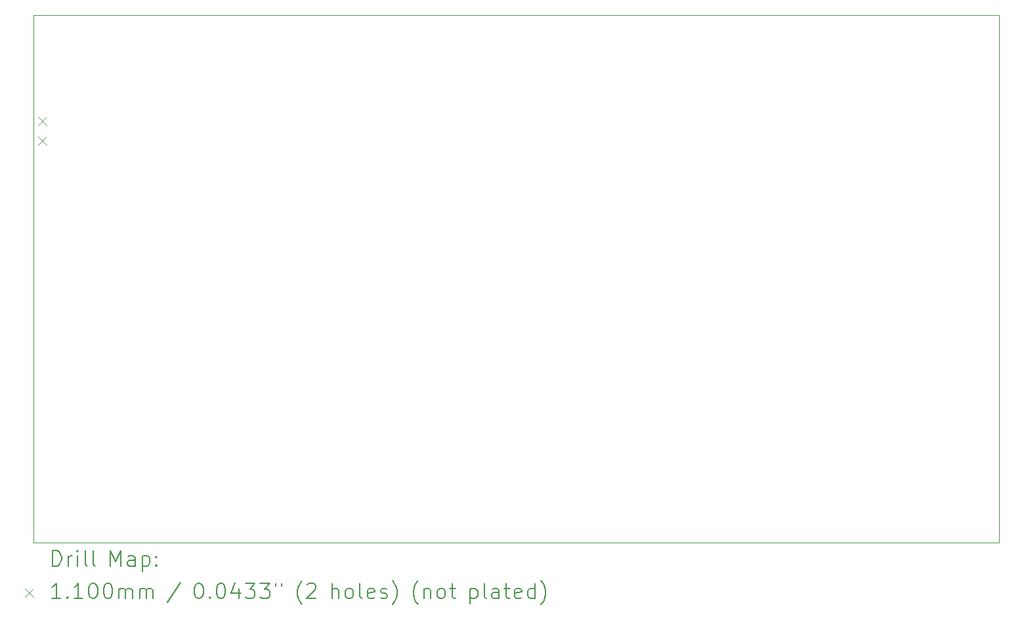
<source format=gbr>
%TF.GenerationSoftware,KiCad,Pcbnew,(7.0.0)*%
%TF.CreationDate,2023-02-28T19:32:44+01:00*%
%TF.ProjectId,Solar Cell offgrid Power,536f6c61-7220-4436-956c-6c206f666667,rev?*%
%TF.SameCoordinates,Original*%
%TF.FileFunction,Drillmap*%
%TF.FilePolarity,Positive*%
%FSLAX45Y45*%
G04 Gerber Fmt 4.5, Leading zero omitted, Abs format (unit mm)*
G04 Created by KiCad (PCBNEW (7.0.0)) date 2023-02-28 19:32:44*
%MOMM*%
%LPD*%
G01*
G04 APERTURE LIST*
%ADD10C,0.100000*%
%ADD11C,0.200000*%
%ADD12C,0.110000*%
G04 APERTURE END LIST*
D10*
X10919000Y-6569000D02*
X23371000Y-6569000D01*
X23371000Y-6569000D02*
X23371000Y-13378000D01*
X23371000Y-13378000D02*
X10919000Y-13378000D01*
X10919000Y-13378000D02*
X10919000Y-6569000D01*
D11*
D12*
X10974000Y-7878000D02*
X11084000Y-7988000D01*
X11084000Y-7878000D02*
X10974000Y-7988000D01*
X10974000Y-8132000D02*
X11084000Y-8242000D01*
X11084000Y-8132000D02*
X10974000Y-8242000D01*
D11*
X11161619Y-13676476D02*
X11161619Y-13476476D01*
X11161619Y-13476476D02*
X11209238Y-13476476D01*
X11209238Y-13476476D02*
X11237809Y-13486000D01*
X11237809Y-13486000D02*
X11256857Y-13505048D01*
X11256857Y-13505048D02*
X11266381Y-13524095D01*
X11266381Y-13524095D02*
X11275905Y-13562190D01*
X11275905Y-13562190D02*
X11275905Y-13590762D01*
X11275905Y-13590762D02*
X11266381Y-13628857D01*
X11266381Y-13628857D02*
X11256857Y-13647905D01*
X11256857Y-13647905D02*
X11237809Y-13666952D01*
X11237809Y-13666952D02*
X11209238Y-13676476D01*
X11209238Y-13676476D02*
X11161619Y-13676476D01*
X11361619Y-13676476D02*
X11361619Y-13543143D01*
X11361619Y-13581238D02*
X11371143Y-13562190D01*
X11371143Y-13562190D02*
X11380667Y-13552667D01*
X11380667Y-13552667D02*
X11399714Y-13543143D01*
X11399714Y-13543143D02*
X11418762Y-13543143D01*
X11485428Y-13676476D02*
X11485428Y-13543143D01*
X11485428Y-13476476D02*
X11475905Y-13486000D01*
X11475905Y-13486000D02*
X11485428Y-13495524D01*
X11485428Y-13495524D02*
X11494952Y-13486000D01*
X11494952Y-13486000D02*
X11485428Y-13476476D01*
X11485428Y-13476476D02*
X11485428Y-13495524D01*
X11609238Y-13676476D02*
X11590190Y-13666952D01*
X11590190Y-13666952D02*
X11580667Y-13647905D01*
X11580667Y-13647905D02*
X11580667Y-13476476D01*
X11714000Y-13676476D02*
X11694952Y-13666952D01*
X11694952Y-13666952D02*
X11685428Y-13647905D01*
X11685428Y-13647905D02*
X11685428Y-13476476D01*
X11910190Y-13676476D02*
X11910190Y-13476476D01*
X11910190Y-13476476D02*
X11976857Y-13619333D01*
X11976857Y-13619333D02*
X12043524Y-13476476D01*
X12043524Y-13476476D02*
X12043524Y-13676476D01*
X12224476Y-13676476D02*
X12224476Y-13571714D01*
X12224476Y-13571714D02*
X12214952Y-13552667D01*
X12214952Y-13552667D02*
X12195905Y-13543143D01*
X12195905Y-13543143D02*
X12157809Y-13543143D01*
X12157809Y-13543143D02*
X12138762Y-13552667D01*
X12224476Y-13666952D02*
X12205428Y-13676476D01*
X12205428Y-13676476D02*
X12157809Y-13676476D01*
X12157809Y-13676476D02*
X12138762Y-13666952D01*
X12138762Y-13666952D02*
X12129238Y-13647905D01*
X12129238Y-13647905D02*
X12129238Y-13628857D01*
X12129238Y-13628857D02*
X12138762Y-13609809D01*
X12138762Y-13609809D02*
X12157809Y-13600286D01*
X12157809Y-13600286D02*
X12205428Y-13600286D01*
X12205428Y-13600286D02*
X12224476Y-13590762D01*
X12319714Y-13543143D02*
X12319714Y-13743143D01*
X12319714Y-13552667D02*
X12338762Y-13543143D01*
X12338762Y-13543143D02*
X12376857Y-13543143D01*
X12376857Y-13543143D02*
X12395905Y-13552667D01*
X12395905Y-13552667D02*
X12405428Y-13562190D01*
X12405428Y-13562190D02*
X12414952Y-13581238D01*
X12414952Y-13581238D02*
X12414952Y-13638381D01*
X12414952Y-13638381D02*
X12405428Y-13657428D01*
X12405428Y-13657428D02*
X12395905Y-13666952D01*
X12395905Y-13666952D02*
X12376857Y-13676476D01*
X12376857Y-13676476D02*
X12338762Y-13676476D01*
X12338762Y-13676476D02*
X12319714Y-13666952D01*
X12500667Y-13657428D02*
X12510190Y-13666952D01*
X12510190Y-13666952D02*
X12500667Y-13676476D01*
X12500667Y-13676476D02*
X12491143Y-13666952D01*
X12491143Y-13666952D02*
X12500667Y-13657428D01*
X12500667Y-13657428D02*
X12500667Y-13676476D01*
X12500667Y-13552667D02*
X12510190Y-13562190D01*
X12510190Y-13562190D02*
X12500667Y-13571714D01*
X12500667Y-13571714D02*
X12491143Y-13562190D01*
X12491143Y-13562190D02*
X12500667Y-13552667D01*
X12500667Y-13552667D02*
X12500667Y-13571714D01*
D12*
X10804000Y-13968000D02*
X10914000Y-14078000D01*
X10914000Y-13968000D02*
X10804000Y-14078000D01*
D11*
X11266381Y-14096476D02*
X11152095Y-14096476D01*
X11209238Y-14096476D02*
X11209238Y-13896476D01*
X11209238Y-13896476D02*
X11190190Y-13925048D01*
X11190190Y-13925048D02*
X11171143Y-13944095D01*
X11171143Y-13944095D02*
X11152095Y-13953619D01*
X11352095Y-14077428D02*
X11361619Y-14086952D01*
X11361619Y-14086952D02*
X11352095Y-14096476D01*
X11352095Y-14096476D02*
X11342571Y-14086952D01*
X11342571Y-14086952D02*
X11352095Y-14077428D01*
X11352095Y-14077428D02*
X11352095Y-14096476D01*
X11552095Y-14096476D02*
X11437809Y-14096476D01*
X11494952Y-14096476D02*
X11494952Y-13896476D01*
X11494952Y-13896476D02*
X11475905Y-13925048D01*
X11475905Y-13925048D02*
X11456857Y-13944095D01*
X11456857Y-13944095D02*
X11437809Y-13953619D01*
X11675905Y-13896476D02*
X11694952Y-13896476D01*
X11694952Y-13896476D02*
X11714000Y-13906000D01*
X11714000Y-13906000D02*
X11723524Y-13915524D01*
X11723524Y-13915524D02*
X11733048Y-13934571D01*
X11733048Y-13934571D02*
X11742571Y-13972667D01*
X11742571Y-13972667D02*
X11742571Y-14020286D01*
X11742571Y-14020286D02*
X11733048Y-14058381D01*
X11733048Y-14058381D02*
X11723524Y-14077428D01*
X11723524Y-14077428D02*
X11714000Y-14086952D01*
X11714000Y-14086952D02*
X11694952Y-14096476D01*
X11694952Y-14096476D02*
X11675905Y-14096476D01*
X11675905Y-14096476D02*
X11656857Y-14086952D01*
X11656857Y-14086952D02*
X11647333Y-14077428D01*
X11647333Y-14077428D02*
X11637809Y-14058381D01*
X11637809Y-14058381D02*
X11628286Y-14020286D01*
X11628286Y-14020286D02*
X11628286Y-13972667D01*
X11628286Y-13972667D02*
X11637809Y-13934571D01*
X11637809Y-13934571D02*
X11647333Y-13915524D01*
X11647333Y-13915524D02*
X11656857Y-13906000D01*
X11656857Y-13906000D02*
X11675905Y-13896476D01*
X11866381Y-13896476D02*
X11885429Y-13896476D01*
X11885429Y-13896476D02*
X11904476Y-13906000D01*
X11904476Y-13906000D02*
X11914000Y-13915524D01*
X11914000Y-13915524D02*
X11923524Y-13934571D01*
X11923524Y-13934571D02*
X11933048Y-13972667D01*
X11933048Y-13972667D02*
X11933048Y-14020286D01*
X11933048Y-14020286D02*
X11923524Y-14058381D01*
X11923524Y-14058381D02*
X11914000Y-14077428D01*
X11914000Y-14077428D02*
X11904476Y-14086952D01*
X11904476Y-14086952D02*
X11885429Y-14096476D01*
X11885429Y-14096476D02*
X11866381Y-14096476D01*
X11866381Y-14096476D02*
X11847333Y-14086952D01*
X11847333Y-14086952D02*
X11837809Y-14077428D01*
X11837809Y-14077428D02*
X11828286Y-14058381D01*
X11828286Y-14058381D02*
X11818762Y-14020286D01*
X11818762Y-14020286D02*
X11818762Y-13972667D01*
X11818762Y-13972667D02*
X11828286Y-13934571D01*
X11828286Y-13934571D02*
X11837809Y-13915524D01*
X11837809Y-13915524D02*
X11847333Y-13906000D01*
X11847333Y-13906000D02*
X11866381Y-13896476D01*
X12018762Y-14096476D02*
X12018762Y-13963143D01*
X12018762Y-13982190D02*
X12028286Y-13972667D01*
X12028286Y-13972667D02*
X12047333Y-13963143D01*
X12047333Y-13963143D02*
X12075905Y-13963143D01*
X12075905Y-13963143D02*
X12094952Y-13972667D01*
X12094952Y-13972667D02*
X12104476Y-13991714D01*
X12104476Y-13991714D02*
X12104476Y-14096476D01*
X12104476Y-13991714D02*
X12114000Y-13972667D01*
X12114000Y-13972667D02*
X12133048Y-13963143D01*
X12133048Y-13963143D02*
X12161619Y-13963143D01*
X12161619Y-13963143D02*
X12180667Y-13972667D01*
X12180667Y-13972667D02*
X12190190Y-13991714D01*
X12190190Y-13991714D02*
X12190190Y-14096476D01*
X12285429Y-14096476D02*
X12285429Y-13963143D01*
X12285429Y-13982190D02*
X12294952Y-13972667D01*
X12294952Y-13972667D02*
X12314000Y-13963143D01*
X12314000Y-13963143D02*
X12342571Y-13963143D01*
X12342571Y-13963143D02*
X12361619Y-13972667D01*
X12361619Y-13972667D02*
X12371143Y-13991714D01*
X12371143Y-13991714D02*
X12371143Y-14096476D01*
X12371143Y-13991714D02*
X12380667Y-13972667D01*
X12380667Y-13972667D02*
X12399714Y-13963143D01*
X12399714Y-13963143D02*
X12428286Y-13963143D01*
X12428286Y-13963143D02*
X12447333Y-13972667D01*
X12447333Y-13972667D02*
X12456857Y-13991714D01*
X12456857Y-13991714D02*
X12456857Y-14096476D01*
X12814952Y-13886952D02*
X12643524Y-14144095D01*
X13039714Y-13896476D02*
X13058762Y-13896476D01*
X13058762Y-13896476D02*
X13077810Y-13906000D01*
X13077810Y-13906000D02*
X13087333Y-13915524D01*
X13087333Y-13915524D02*
X13096857Y-13934571D01*
X13096857Y-13934571D02*
X13106381Y-13972667D01*
X13106381Y-13972667D02*
X13106381Y-14020286D01*
X13106381Y-14020286D02*
X13096857Y-14058381D01*
X13096857Y-14058381D02*
X13087333Y-14077428D01*
X13087333Y-14077428D02*
X13077810Y-14086952D01*
X13077810Y-14086952D02*
X13058762Y-14096476D01*
X13058762Y-14096476D02*
X13039714Y-14096476D01*
X13039714Y-14096476D02*
X13020667Y-14086952D01*
X13020667Y-14086952D02*
X13011143Y-14077428D01*
X13011143Y-14077428D02*
X13001619Y-14058381D01*
X13001619Y-14058381D02*
X12992095Y-14020286D01*
X12992095Y-14020286D02*
X12992095Y-13972667D01*
X12992095Y-13972667D02*
X13001619Y-13934571D01*
X13001619Y-13934571D02*
X13011143Y-13915524D01*
X13011143Y-13915524D02*
X13020667Y-13906000D01*
X13020667Y-13906000D02*
X13039714Y-13896476D01*
X13192095Y-14077428D02*
X13201619Y-14086952D01*
X13201619Y-14086952D02*
X13192095Y-14096476D01*
X13192095Y-14096476D02*
X13182571Y-14086952D01*
X13182571Y-14086952D02*
X13192095Y-14077428D01*
X13192095Y-14077428D02*
X13192095Y-14096476D01*
X13325429Y-13896476D02*
X13344476Y-13896476D01*
X13344476Y-13896476D02*
X13363524Y-13906000D01*
X13363524Y-13906000D02*
X13373048Y-13915524D01*
X13373048Y-13915524D02*
X13382571Y-13934571D01*
X13382571Y-13934571D02*
X13392095Y-13972667D01*
X13392095Y-13972667D02*
X13392095Y-14020286D01*
X13392095Y-14020286D02*
X13382571Y-14058381D01*
X13382571Y-14058381D02*
X13373048Y-14077428D01*
X13373048Y-14077428D02*
X13363524Y-14086952D01*
X13363524Y-14086952D02*
X13344476Y-14096476D01*
X13344476Y-14096476D02*
X13325429Y-14096476D01*
X13325429Y-14096476D02*
X13306381Y-14086952D01*
X13306381Y-14086952D02*
X13296857Y-14077428D01*
X13296857Y-14077428D02*
X13287333Y-14058381D01*
X13287333Y-14058381D02*
X13277810Y-14020286D01*
X13277810Y-14020286D02*
X13277810Y-13972667D01*
X13277810Y-13972667D02*
X13287333Y-13934571D01*
X13287333Y-13934571D02*
X13296857Y-13915524D01*
X13296857Y-13915524D02*
X13306381Y-13906000D01*
X13306381Y-13906000D02*
X13325429Y-13896476D01*
X13563524Y-13963143D02*
X13563524Y-14096476D01*
X13515905Y-13886952D02*
X13468286Y-14029809D01*
X13468286Y-14029809D02*
X13592095Y-14029809D01*
X13649238Y-13896476D02*
X13773048Y-13896476D01*
X13773048Y-13896476D02*
X13706381Y-13972667D01*
X13706381Y-13972667D02*
X13734952Y-13972667D01*
X13734952Y-13972667D02*
X13754000Y-13982190D01*
X13754000Y-13982190D02*
X13763524Y-13991714D01*
X13763524Y-13991714D02*
X13773048Y-14010762D01*
X13773048Y-14010762D02*
X13773048Y-14058381D01*
X13773048Y-14058381D02*
X13763524Y-14077428D01*
X13763524Y-14077428D02*
X13754000Y-14086952D01*
X13754000Y-14086952D02*
X13734952Y-14096476D01*
X13734952Y-14096476D02*
X13677810Y-14096476D01*
X13677810Y-14096476D02*
X13658762Y-14086952D01*
X13658762Y-14086952D02*
X13649238Y-14077428D01*
X13839714Y-13896476D02*
X13963524Y-13896476D01*
X13963524Y-13896476D02*
X13896857Y-13972667D01*
X13896857Y-13972667D02*
X13925429Y-13972667D01*
X13925429Y-13972667D02*
X13944476Y-13982190D01*
X13944476Y-13982190D02*
X13954000Y-13991714D01*
X13954000Y-13991714D02*
X13963524Y-14010762D01*
X13963524Y-14010762D02*
X13963524Y-14058381D01*
X13963524Y-14058381D02*
X13954000Y-14077428D01*
X13954000Y-14077428D02*
X13944476Y-14086952D01*
X13944476Y-14086952D02*
X13925429Y-14096476D01*
X13925429Y-14096476D02*
X13868286Y-14096476D01*
X13868286Y-14096476D02*
X13849238Y-14086952D01*
X13849238Y-14086952D02*
X13839714Y-14077428D01*
X14039714Y-13896476D02*
X14039714Y-13934571D01*
X14115905Y-13896476D02*
X14115905Y-13934571D01*
X14378762Y-14172667D02*
X14369238Y-14163143D01*
X14369238Y-14163143D02*
X14350191Y-14134571D01*
X14350191Y-14134571D02*
X14340667Y-14115524D01*
X14340667Y-14115524D02*
X14331143Y-14086952D01*
X14331143Y-14086952D02*
X14321619Y-14039333D01*
X14321619Y-14039333D02*
X14321619Y-14001238D01*
X14321619Y-14001238D02*
X14331143Y-13953619D01*
X14331143Y-13953619D02*
X14340667Y-13925048D01*
X14340667Y-13925048D02*
X14350191Y-13906000D01*
X14350191Y-13906000D02*
X14369238Y-13877428D01*
X14369238Y-13877428D02*
X14378762Y-13867905D01*
X14445429Y-13915524D02*
X14454952Y-13906000D01*
X14454952Y-13906000D02*
X14474000Y-13896476D01*
X14474000Y-13896476D02*
X14521619Y-13896476D01*
X14521619Y-13896476D02*
X14540667Y-13906000D01*
X14540667Y-13906000D02*
X14550191Y-13915524D01*
X14550191Y-13915524D02*
X14559714Y-13934571D01*
X14559714Y-13934571D02*
X14559714Y-13953619D01*
X14559714Y-13953619D02*
X14550191Y-13982190D01*
X14550191Y-13982190D02*
X14435905Y-14096476D01*
X14435905Y-14096476D02*
X14559714Y-14096476D01*
X14765429Y-14096476D02*
X14765429Y-13896476D01*
X14851143Y-14096476D02*
X14851143Y-13991714D01*
X14851143Y-13991714D02*
X14841619Y-13972667D01*
X14841619Y-13972667D02*
X14822572Y-13963143D01*
X14822572Y-13963143D02*
X14794000Y-13963143D01*
X14794000Y-13963143D02*
X14774952Y-13972667D01*
X14774952Y-13972667D02*
X14765429Y-13982190D01*
X14974952Y-14096476D02*
X14955905Y-14086952D01*
X14955905Y-14086952D02*
X14946381Y-14077428D01*
X14946381Y-14077428D02*
X14936857Y-14058381D01*
X14936857Y-14058381D02*
X14936857Y-14001238D01*
X14936857Y-14001238D02*
X14946381Y-13982190D01*
X14946381Y-13982190D02*
X14955905Y-13972667D01*
X14955905Y-13972667D02*
X14974952Y-13963143D01*
X14974952Y-13963143D02*
X15003524Y-13963143D01*
X15003524Y-13963143D02*
X15022572Y-13972667D01*
X15022572Y-13972667D02*
X15032095Y-13982190D01*
X15032095Y-13982190D02*
X15041619Y-14001238D01*
X15041619Y-14001238D02*
X15041619Y-14058381D01*
X15041619Y-14058381D02*
X15032095Y-14077428D01*
X15032095Y-14077428D02*
X15022572Y-14086952D01*
X15022572Y-14086952D02*
X15003524Y-14096476D01*
X15003524Y-14096476D02*
X14974952Y-14096476D01*
X15155905Y-14096476D02*
X15136857Y-14086952D01*
X15136857Y-14086952D02*
X15127333Y-14067905D01*
X15127333Y-14067905D02*
X15127333Y-13896476D01*
X15308286Y-14086952D02*
X15289238Y-14096476D01*
X15289238Y-14096476D02*
X15251143Y-14096476D01*
X15251143Y-14096476D02*
X15232095Y-14086952D01*
X15232095Y-14086952D02*
X15222572Y-14067905D01*
X15222572Y-14067905D02*
X15222572Y-13991714D01*
X15222572Y-13991714D02*
X15232095Y-13972667D01*
X15232095Y-13972667D02*
X15251143Y-13963143D01*
X15251143Y-13963143D02*
X15289238Y-13963143D01*
X15289238Y-13963143D02*
X15308286Y-13972667D01*
X15308286Y-13972667D02*
X15317810Y-13991714D01*
X15317810Y-13991714D02*
X15317810Y-14010762D01*
X15317810Y-14010762D02*
X15222572Y-14029809D01*
X15394000Y-14086952D02*
X15413048Y-14096476D01*
X15413048Y-14096476D02*
X15451143Y-14096476D01*
X15451143Y-14096476D02*
X15470191Y-14086952D01*
X15470191Y-14086952D02*
X15479714Y-14067905D01*
X15479714Y-14067905D02*
X15479714Y-14058381D01*
X15479714Y-14058381D02*
X15470191Y-14039333D01*
X15470191Y-14039333D02*
X15451143Y-14029809D01*
X15451143Y-14029809D02*
X15422572Y-14029809D01*
X15422572Y-14029809D02*
X15403524Y-14020286D01*
X15403524Y-14020286D02*
X15394000Y-14001238D01*
X15394000Y-14001238D02*
X15394000Y-13991714D01*
X15394000Y-13991714D02*
X15403524Y-13972667D01*
X15403524Y-13972667D02*
X15422572Y-13963143D01*
X15422572Y-13963143D02*
X15451143Y-13963143D01*
X15451143Y-13963143D02*
X15470191Y-13972667D01*
X15546381Y-14172667D02*
X15555905Y-14163143D01*
X15555905Y-14163143D02*
X15574953Y-14134571D01*
X15574953Y-14134571D02*
X15584476Y-14115524D01*
X15584476Y-14115524D02*
X15594000Y-14086952D01*
X15594000Y-14086952D02*
X15603524Y-14039333D01*
X15603524Y-14039333D02*
X15603524Y-14001238D01*
X15603524Y-14001238D02*
X15594000Y-13953619D01*
X15594000Y-13953619D02*
X15584476Y-13925048D01*
X15584476Y-13925048D02*
X15574953Y-13906000D01*
X15574953Y-13906000D02*
X15555905Y-13877428D01*
X15555905Y-13877428D02*
X15546381Y-13867905D01*
X15875905Y-14172667D02*
X15866381Y-14163143D01*
X15866381Y-14163143D02*
X15847333Y-14134571D01*
X15847333Y-14134571D02*
X15837810Y-14115524D01*
X15837810Y-14115524D02*
X15828286Y-14086952D01*
X15828286Y-14086952D02*
X15818762Y-14039333D01*
X15818762Y-14039333D02*
X15818762Y-14001238D01*
X15818762Y-14001238D02*
X15828286Y-13953619D01*
X15828286Y-13953619D02*
X15837810Y-13925048D01*
X15837810Y-13925048D02*
X15847333Y-13906000D01*
X15847333Y-13906000D02*
X15866381Y-13877428D01*
X15866381Y-13877428D02*
X15875905Y-13867905D01*
X15952095Y-13963143D02*
X15952095Y-14096476D01*
X15952095Y-13982190D02*
X15961619Y-13972667D01*
X15961619Y-13972667D02*
X15980667Y-13963143D01*
X15980667Y-13963143D02*
X16009238Y-13963143D01*
X16009238Y-13963143D02*
X16028286Y-13972667D01*
X16028286Y-13972667D02*
X16037810Y-13991714D01*
X16037810Y-13991714D02*
X16037810Y-14096476D01*
X16161619Y-14096476D02*
X16142572Y-14086952D01*
X16142572Y-14086952D02*
X16133048Y-14077428D01*
X16133048Y-14077428D02*
X16123524Y-14058381D01*
X16123524Y-14058381D02*
X16123524Y-14001238D01*
X16123524Y-14001238D02*
X16133048Y-13982190D01*
X16133048Y-13982190D02*
X16142572Y-13972667D01*
X16142572Y-13972667D02*
X16161619Y-13963143D01*
X16161619Y-13963143D02*
X16190191Y-13963143D01*
X16190191Y-13963143D02*
X16209238Y-13972667D01*
X16209238Y-13972667D02*
X16218762Y-13982190D01*
X16218762Y-13982190D02*
X16228286Y-14001238D01*
X16228286Y-14001238D02*
X16228286Y-14058381D01*
X16228286Y-14058381D02*
X16218762Y-14077428D01*
X16218762Y-14077428D02*
X16209238Y-14086952D01*
X16209238Y-14086952D02*
X16190191Y-14096476D01*
X16190191Y-14096476D02*
X16161619Y-14096476D01*
X16285429Y-13963143D02*
X16361619Y-13963143D01*
X16314000Y-13896476D02*
X16314000Y-14067905D01*
X16314000Y-14067905D02*
X16323524Y-14086952D01*
X16323524Y-14086952D02*
X16342572Y-14096476D01*
X16342572Y-14096476D02*
X16361619Y-14096476D01*
X16548286Y-13963143D02*
X16548286Y-14163143D01*
X16548286Y-13972667D02*
X16567333Y-13963143D01*
X16567333Y-13963143D02*
X16605429Y-13963143D01*
X16605429Y-13963143D02*
X16624476Y-13972667D01*
X16624476Y-13972667D02*
X16634000Y-13982190D01*
X16634000Y-13982190D02*
X16643524Y-14001238D01*
X16643524Y-14001238D02*
X16643524Y-14058381D01*
X16643524Y-14058381D02*
X16634000Y-14077428D01*
X16634000Y-14077428D02*
X16624476Y-14086952D01*
X16624476Y-14086952D02*
X16605429Y-14096476D01*
X16605429Y-14096476D02*
X16567333Y-14096476D01*
X16567333Y-14096476D02*
X16548286Y-14086952D01*
X16757810Y-14096476D02*
X16738762Y-14086952D01*
X16738762Y-14086952D02*
X16729238Y-14067905D01*
X16729238Y-14067905D02*
X16729238Y-13896476D01*
X16919715Y-14096476D02*
X16919715Y-13991714D01*
X16919715Y-13991714D02*
X16910191Y-13972667D01*
X16910191Y-13972667D02*
X16891143Y-13963143D01*
X16891143Y-13963143D02*
X16853048Y-13963143D01*
X16853048Y-13963143D02*
X16834000Y-13972667D01*
X16919715Y-14086952D02*
X16900667Y-14096476D01*
X16900667Y-14096476D02*
X16853048Y-14096476D01*
X16853048Y-14096476D02*
X16834000Y-14086952D01*
X16834000Y-14086952D02*
X16824476Y-14067905D01*
X16824476Y-14067905D02*
X16824476Y-14048857D01*
X16824476Y-14048857D02*
X16834000Y-14029809D01*
X16834000Y-14029809D02*
X16853048Y-14020286D01*
X16853048Y-14020286D02*
X16900667Y-14020286D01*
X16900667Y-14020286D02*
X16919715Y-14010762D01*
X16986381Y-13963143D02*
X17062572Y-13963143D01*
X17014953Y-13896476D02*
X17014953Y-14067905D01*
X17014953Y-14067905D02*
X17024476Y-14086952D01*
X17024476Y-14086952D02*
X17043524Y-14096476D01*
X17043524Y-14096476D02*
X17062572Y-14096476D01*
X17205429Y-14086952D02*
X17186381Y-14096476D01*
X17186381Y-14096476D02*
X17148286Y-14096476D01*
X17148286Y-14096476D02*
X17129238Y-14086952D01*
X17129238Y-14086952D02*
X17119715Y-14067905D01*
X17119715Y-14067905D02*
X17119715Y-13991714D01*
X17119715Y-13991714D02*
X17129238Y-13972667D01*
X17129238Y-13972667D02*
X17148286Y-13963143D01*
X17148286Y-13963143D02*
X17186381Y-13963143D01*
X17186381Y-13963143D02*
X17205429Y-13972667D01*
X17205429Y-13972667D02*
X17214953Y-13991714D01*
X17214953Y-13991714D02*
X17214953Y-14010762D01*
X17214953Y-14010762D02*
X17119715Y-14029809D01*
X17386381Y-14096476D02*
X17386381Y-13896476D01*
X17386381Y-14086952D02*
X17367334Y-14096476D01*
X17367334Y-14096476D02*
X17329238Y-14096476D01*
X17329238Y-14096476D02*
X17310191Y-14086952D01*
X17310191Y-14086952D02*
X17300667Y-14077428D01*
X17300667Y-14077428D02*
X17291143Y-14058381D01*
X17291143Y-14058381D02*
X17291143Y-14001238D01*
X17291143Y-14001238D02*
X17300667Y-13982190D01*
X17300667Y-13982190D02*
X17310191Y-13972667D01*
X17310191Y-13972667D02*
X17329238Y-13963143D01*
X17329238Y-13963143D02*
X17367334Y-13963143D01*
X17367334Y-13963143D02*
X17386381Y-13972667D01*
X17462572Y-14172667D02*
X17472096Y-14163143D01*
X17472096Y-14163143D02*
X17491143Y-14134571D01*
X17491143Y-14134571D02*
X17500667Y-14115524D01*
X17500667Y-14115524D02*
X17510191Y-14086952D01*
X17510191Y-14086952D02*
X17519715Y-14039333D01*
X17519715Y-14039333D02*
X17519715Y-14001238D01*
X17519715Y-14001238D02*
X17510191Y-13953619D01*
X17510191Y-13953619D02*
X17500667Y-13925048D01*
X17500667Y-13925048D02*
X17491143Y-13906000D01*
X17491143Y-13906000D02*
X17472096Y-13877428D01*
X17472096Y-13877428D02*
X17462572Y-13867905D01*
M02*

</source>
